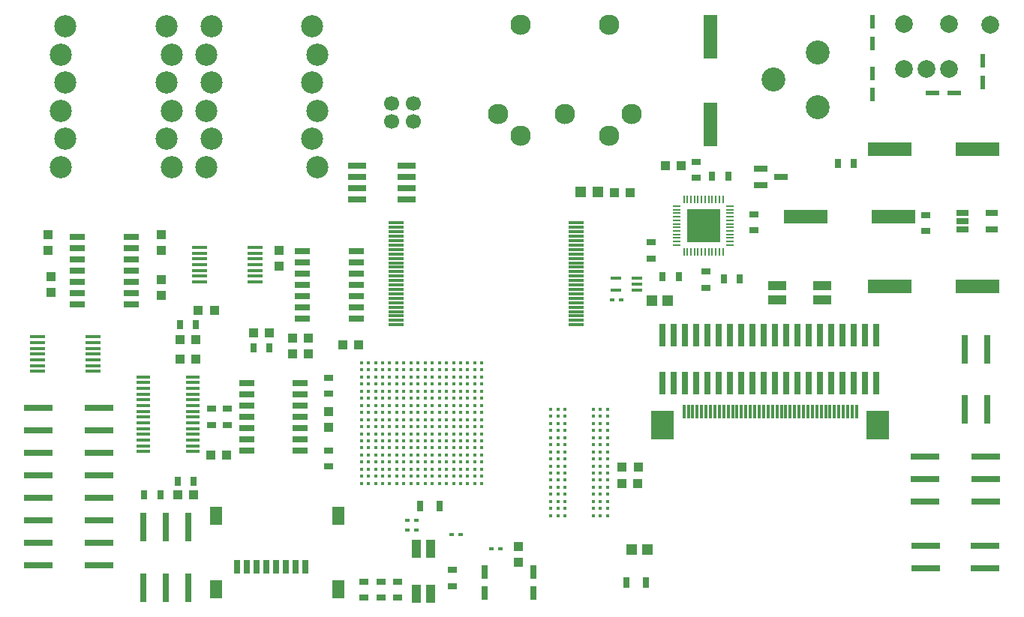
<source format=gbr>
G04 Layer_Color=255*
%FSLAX45Y45*%
%MOMM*%
%TF.FileFunction,Pads,Top*%
%TF.Part,Single*%
G01*
G75*
%TA.AperFunction,SMDPad,CuDef*%
%ADD11R,1.20000X0.40000*%
%ADD12R,1.70000X0.30000*%
%ADD13R,1.14300X1.27000*%
%ADD14R,0.80000X1.20000*%
%ADD15R,1.00000X1.00000*%
%ADD16R,1.00000X1.00000*%
%ADD17R,0.80000X1.00000*%
%TA.AperFunction,BGAPad,CuDef*%
%ADD18C,0.40000*%
%TA.AperFunction,SMDPad,CuDef*%
%ADD19R,0.55000X0.45000*%
%ADD20R,1.00000X0.80000*%
%ADD21R,1.50000X0.60000*%
%ADD22R,1.70000X0.70000*%
%ADD23R,2.00000X0.70000*%
%ADD24R,1.70000X0.40000*%
%ADD25R,0.80000X2.50000*%
%ADD26R,1.50000X0.70000*%
%ADD27R,3.70000X3.70000*%
%ADD28R,0.85000X0.19000*%
%ADD29R,0.19000X0.85000*%
%ADD30R,1.40000X0.70000*%
%ADD31R,0.60000X1.50000*%
%ADD32R,1.45000X2.00000*%
%ADD33R,0.80000X1.50000*%
%ADD34R,0.30000X1.50000*%
%ADD35R,2.50000X3.20000*%
%ADD36R,1.50000X5.00000*%
%ADD37R,5.00000X1.50000*%
%ADD38R,3.20000X0.80000*%
%ADD39R,0.80000X3.20000*%
%ADD40R,1.60000X0.35000*%
%ADD41R,2.00000X1.00000*%
%ADD42R,1.20000X1.20000*%
%ADD43R,1.00000X2.00000*%
%TA.AperFunction,BGAPad,CuDef*%
%ADD44C,0.45000*%
%TA.AperFunction,SMDPad,CuDef*%
%ADD45R,0.70000X1.60000*%
%TA.AperFunction,ViaPad*%
%ADD66C,2.00000*%
%TA.AperFunction,ComponentPad*%
%ADD67C,2.50000*%
%ADD68C,1.70000*%
%ADD69C,2.30000*%
%ADD70C,2.70000*%
%ADD71C,2.00000*%
D11*
X9656520Y10405000D02*
D03*
Y10470000D02*
D03*
Y10535000D02*
D03*
X9423480D02*
D03*
Y10405000D02*
D03*
D12*
X8970000Y10010000D02*
D03*
Y10060000D02*
D03*
Y10110000D02*
D03*
Y10160000D02*
D03*
Y10210000D02*
D03*
Y10260000D02*
D03*
Y10310000D02*
D03*
Y10360000D02*
D03*
Y10410000D02*
D03*
Y10460000D02*
D03*
Y10510000D02*
D03*
Y10560000D02*
D03*
Y10610000D02*
D03*
Y10660000D02*
D03*
Y10710000D02*
D03*
Y10760000D02*
D03*
Y10810000D02*
D03*
Y10860000D02*
D03*
Y10910000D02*
D03*
Y10960000D02*
D03*
Y11010000D02*
D03*
Y11060000D02*
D03*
Y11110000D02*
D03*
Y11160000D02*
D03*
X6940000Y10010000D02*
D03*
Y10060000D02*
D03*
Y10110000D02*
D03*
Y10160000D02*
D03*
Y10210000D02*
D03*
Y10260000D02*
D03*
Y10310000D02*
D03*
Y10360000D02*
D03*
Y10410000D02*
D03*
Y10460000D02*
D03*
Y10510000D02*
D03*
Y10560000D02*
D03*
Y10610000D02*
D03*
Y10660000D02*
D03*
Y10710000D02*
D03*
Y10760000D02*
D03*
Y10810000D02*
D03*
Y10860000D02*
D03*
Y10910000D02*
D03*
Y10960000D02*
D03*
Y11010000D02*
D03*
Y11060000D02*
D03*
Y11110000D02*
D03*
Y11160000D02*
D03*
D13*
X9601688Y7471270D02*
D03*
X9779488D02*
D03*
X9826688Y10281270D02*
D03*
X10004488D02*
D03*
D14*
X9540000Y7101270D02*
D03*
X9760000D02*
D03*
X7210000Y7960000D02*
D03*
X7430000D02*
D03*
D15*
X9493000Y8405000D02*
D03*
X9673000D02*
D03*
X4680000Y9840000D02*
D03*
X4500000D02*
D03*
X5510000Y9920000D02*
D03*
X5330000D02*
D03*
X4890000Y10170000D02*
D03*
X4710000D02*
D03*
X10160000Y11810000D02*
D03*
X9980000D02*
D03*
X5030000Y8540000D02*
D03*
X4850000D02*
D03*
X4680000Y9620000D02*
D03*
X4500000D02*
D03*
X5950000Y9860000D02*
D03*
X5770000D02*
D03*
X5950000Y9680000D02*
D03*
X5770000D02*
D03*
X4660000Y8090000D02*
D03*
X4480000D02*
D03*
X9407500Y11505000D02*
D03*
X9587500D02*
D03*
X9491000Y8215000D02*
D03*
X9671000D02*
D03*
X6520000Y9787500D02*
D03*
X6340000D02*
D03*
D16*
X8322500Y7327500D02*
D03*
Y7507500D02*
D03*
X4290000Y10340000D02*
D03*
Y10520001D02*
D03*
X3010000Y11030000D02*
D03*
Y10850000D02*
D03*
X4290000Y11030000D02*
D03*
Y10850000D02*
D03*
X3045000Y10375000D02*
D03*
Y10555000D02*
D03*
X5620000Y10670000D02*
D03*
Y10850000D02*
D03*
X6180000Y9030000D02*
D03*
Y8850000D02*
D03*
D17*
X4500000Y10010000D02*
D03*
X4680000D02*
D03*
X5330000Y9750000D02*
D03*
X5510000D02*
D03*
X9950000Y10550000D02*
D03*
X10130000D02*
D03*
X12110000Y11830000D02*
D03*
X11930000D02*
D03*
X4480000Y8240000D02*
D03*
X4660000D02*
D03*
X4100000Y8090000D02*
D03*
X4280000D02*
D03*
X10690000Y11690000D02*
D03*
X10510000D02*
D03*
X10640000Y10530000D02*
D03*
X10820000D02*
D03*
D18*
X9247982Y8415520D02*
D03*
X9327982Y7855520D02*
D03*
Y7935520D02*
D03*
Y8015520D02*
D03*
Y8095520D02*
D03*
Y8175520D02*
D03*
Y8255520D02*
D03*
Y8335520D02*
D03*
Y8415520D02*
D03*
Y8495520D02*
D03*
Y8575521D02*
D03*
Y8655521D02*
D03*
Y8735521D02*
D03*
Y8815521D02*
D03*
Y8895521D02*
D03*
Y8975521D02*
D03*
Y9055521D02*
D03*
X9247982Y7855520D02*
D03*
Y7935520D02*
D03*
Y8015520D02*
D03*
Y8095520D02*
D03*
Y8175520D02*
D03*
Y8255520D02*
D03*
Y8335520D02*
D03*
Y8495520D02*
D03*
Y8575521D02*
D03*
Y8655521D02*
D03*
Y8735521D02*
D03*
Y8815521D02*
D03*
Y8895521D02*
D03*
Y8975521D02*
D03*
Y9055521D02*
D03*
X9167982Y7855520D02*
D03*
Y7935520D02*
D03*
Y8015520D02*
D03*
Y8095520D02*
D03*
Y8175520D02*
D03*
Y8255520D02*
D03*
Y8495520D02*
D03*
Y8575521D02*
D03*
Y8655521D02*
D03*
Y8735521D02*
D03*
Y8815521D02*
D03*
Y8895521D02*
D03*
Y8975521D02*
D03*
Y9055521D02*
D03*
X8847981Y7855520D02*
D03*
Y7935520D02*
D03*
Y8015520D02*
D03*
Y8095520D02*
D03*
Y8175520D02*
D03*
Y8255520D02*
D03*
Y8335520D02*
D03*
Y8415520D02*
D03*
Y8495520D02*
D03*
Y8735521D02*
D03*
Y8815521D02*
D03*
Y8895521D02*
D03*
Y8975521D02*
D03*
Y9055521D02*
D03*
X8767981Y7855520D02*
D03*
Y7935520D02*
D03*
Y8015520D02*
D03*
Y8095520D02*
D03*
Y8175520D02*
D03*
Y8255520D02*
D03*
Y8335520D02*
D03*
Y8415520D02*
D03*
Y8495520D02*
D03*
Y8575521D02*
D03*
Y8655521D02*
D03*
Y8735521D02*
D03*
Y8815521D02*
D03*
Y8895521D02*
D03*
Y8975521D02*
D03*
Y9055521D02*
D03*
X8687981Y7855520D02*
D03*
Y7935520D02*
D03*
Y8015520D02*
D03*
Y8095520D02*
D03*
Y8175520D02*
D03*
Y8255520D02*
D03*
Y8335520D02*
D03*
Y8415520D02*
D03*
Y8495520D02*
D03*
Y8575521D02*
D03*
Y8655521D02*
D03*
Y8735521D02*
D03*
Y8815521D02*
D03*
Y8895521D02*
D03*
Y8975521D02*
D03*
Y9055521D02*
D03*
X8847981Y8655521D02*
D03*
Y8575521D02*
D03*
X9167982Y8415520D02*
D03*
Y8335520D02*
D03*
D19*
X7068270Y7804348D02*
D03*
X7169870D02*
D03*
X7068399Y7690000D02*
D03*
X7170000D02*
D03*
X7670800Y7642500D02*
D03*
X7569200D02*
D03*
X8016700Y7482500D02*
D03*
X8118300D02*
D03*
X9381700Y10292500D02*
D03*
X9483300D02*
D03*
D20*
X6960000Y7110000D02*
D03*
Y6930000D02*
D03*
X6770000Y7110000D02*
D03*
Y6930000D02*
D03*
X6580000Y7110000D02*
D03*
Y6930000D02*
D03*
X9820000Y10760000D02*
D03*
Y10940000D02*
D03*
X10330000Y11850000D02*
D03*
Y11670000D02*
D03*
X12920000Y11250000D02*
D03*
Y11070000D02*
D03*
X4860000Y9060000D02*
D03*
Y8880000D02*
D03*
X5040000Y9060000D02*
D03*
Y8880000D02*
D03*
X6180000Y8410000D02*
D03*
Y8590000D02*
D03*
Y9410000D02*
D03*
Y9230000D02*
D03*
X10980000Y11080000D02*
D03*
Y11260000D02*
D03*
X10439999Y10610000D02*
D03*
Y10430000D02*
D03*
X7580000Y7240000D02*
D03*
Y7060000D02*
D03*
D21*
X12999921Y12630000D02*
D03*
X13240080D02*
D03*
D22*
X6492260Y10840999D02*
D03*
Y10713999D02*
D03*
Y10586999D02*
D03*
Y10459999D02*
D03*
Y10332999D02*
D03*
Y10205999D02*
D03*
Y10078999D02*
D03*
X5887740D02*
D03*
Y10205999D02*
D03*
Y10332999D02*
D03*
Y10459999D02*
D03*
Y10586999D02*
D03*
Y10713999D02*
D03*
Y10840999D02*
D03*
X3952259Y11001000D02*
D03*
Y10874000D02*
D03*
Y10747000D02*
D03*
Y10620000D02*
D03*
Y10493000D02*
D03*
Y10366000D02*
D03*
Y10239000D02*
D03*
X3347739D02*
D03*
Y10366000D02*
D03*
Y10493000D02*
D03*
Y10620000D02*
D03*
Y10747000D02*
D03*
Y10874000D02*
D03*
Y11001000D02*
D03*
X5257740Y9351000D02*
D03*
Y9224000D02*
D03*
Y9097000D02*
D03*
Y8970000D02*
D03*
Y8843000D02*
D03*
Y8716000D02*
D03*
Y8589000D02*
D03*
X5862260D02*
D03*
Y8716000D02*
D03*
Y8843000D02*
D03*
Y8970000D02*
D03*
Y9097000D02*
D03*
Y9224000D02*
D03*
Y9351000D02*
D03*
D23*
X6500600Y11423000D02*
D03*
Y11550000D02*
D03*
Y11677000D02*
D03*
Y11804000D02*
D03*
X7059400D02*
D03*
Y11677000D02*
D03*
Y11550000D02*
D03*
Y11423000D02*
D03*
D24*
X5352420Y10495000D02*
D03*
Y10560000D02*
D03*
Y10625000D02*
D03*
Y10690000D02*
D03*
Y10755000D02*
D03*
Y10820000D02*
D03*
Y10885000D02*
D03*
X4727580Y10885000D02*
D03*
Y10820000D02*
D03*
Y10755000D02*
D03*
Y10690000D02*
D03*
Y10625000D02*
D03*
Y10560000D02*
D03*
Y10495000D02*
D03*
X3522420Y9485000D02*
D03*
Y9550000D02*
D03*
Y9615000D02*
D03*
Y9680000D02*
D03*
Y9745000D02*
D03*
Y9810000D02*
D03*
Y9875000D02*
D03*
X2897580Y9875000D02*
D03*
Y9810000D02*
D03*
Y9745000D02*
D03*
Y9680000D02*
D03*
Y9615000D02*
D03*
Y9550000D02*
D03*
Y9485000D02*
D03*
D25*
X9946000Y9350000D02*
D03*
X11978000D02*
D03*
X12105000D02*
D03*
X11851000D02*
D03*
X11724000D02*
D03*
X11597000D02*
D03*
X11470000D02*
D03*
X11343000D02*
D03*
X11216000D02*
D03*
X11089000D02*
D03*
X10962000D02*
D03*
X10835000D02*
D03*
X10708000D02*
D03*
X10581000D02*
D03*
X10454000D02*
D03*
X10327000D02*
D03*
X10200000D02*
D03*
X10073000D02*
D03*
X9946000Y9890000D02*
D03*
X10073000D02*
D03*
X10200000D02*
D03*
X10327000D02*
D03*
X10454000D02*
D03*
X10581000D02*
D03*
X10708000D02*
D03*
X10835000D02*
D03*
X10962000D02*
D03*
X11089000D02*
D03*
X11216000D02*
D03*
X11343000D02*
D03*
X11470000D02*
D03*
X11597000D02*
D03*
X11724000D02*
D03*
X11978000D02*
D03*
X12105000D02*
D03*
X11851000D02*
D03*
X12232000Y9350000D02*
D03*
Y9890000D02*
D03*
X12359000D02*
D03*
Y9350000D02*
D03*
D26*
X11285570Y11680000D02*
D03*
X11054430Y11584750D02*
D03*
Y11775250D02*
D03*
D27*
X10409999Y11130000D02*
D03*
D28*
X10112499Y11350000D02*
D03*
Y11310000D02*
D03*
Y11270000D02*
D03*
Y11230000D02*
D03*
Y11190000D02*
D03*
Y11150000D02*
D03*
Y11110000D02*
D03*
Y11070000D02*
D03*
Y11030000D02*
D03*
Y10990000D02*
D03*
Y10950000D02*
D03*
Y10910000D02*
D03*
X10707500D02*
D03*
Y10950000D02*
D03*
Y10990000D02*
D03*
Y11030000D02*
D03*
Y11070000D02*
D03*
Y11110000D02*
D03*
Y11150000D02*
D03*
Y11190000D02*
D03*
Y11230000D02*
D03*
Y11270000D02*
D03*
Y11310000D02*
D03*
Y11350000D02*
D03*
D29*
X10189999Y10832500D02*
D03*
X10230000D02*
D03*
X10270000D02*
D03*
X10309999D02*
D03*
X10350000D02*
D03*
X10390000D02*
D03*
X10429999D02*
D03*
X10469999D02*
D03*
X10510000D02*
D03*
X10549999D02*
D03*
X10589999D02*
D03*
X10630000D02*
D03*
Y11427500D02*
D03*
X10589999D02*
D03*
X10549999D02*
D03*
X10510000D02*
D03*
X10469999D02*
D03*
X10429999D02*
D03*
X10390000D02*
D03*
X10350000D02*
D03*
X10309999D02*
D03*
X10270000D02*
D03*
X10230000D02*
D03*
X10189999D02*
D03*
D30*
X13332300Y11275000D02*
D03*
Y11180000D02*
D03*
Y11085000D02*
D03*
X13667700D02*
D03*
Y11275000D02*
D03*
D31*
X13560001Y12990080D02*
D03*
Y12749920D02*
D03*
X12320000Y13430080D02*
D03*
Y13189920D02*
D03*
Y12850079D02*
D03*
Y12609920D02*
D03*
D32*
X6287500Y7020000D02*
D03*
X4912500D02*
D03*
Y7850000D02*
D03*
X6287500D02*
D03*
D33*
X5920000Y7280000D02*
D03*
X5150000D02*
D03*
X5810000D02*
D03*
X5480000D02*
D03*
X5590000D02*
D03*
X5370000D02*
D03*
X5260000D02*
D03*
X5700000D02*
D03*
D34*
X10190000Y9030000D02*
D03*
X10240000D02*
D03*
X10290000D02*
D03*
X10340000D02*
D03*
X10390000D02*
D03*
X10440000D02*
D03*
X10490000D02*
D03*
X10540000D02*
D03*
X10590000D02*
D03*
X10640000D02*
D03*
X10690000D02*
D03*
X10740000D02*
D03*
X10790000D02*
D03*
X10840000D02*
D03*
X10890000D02*
D03*
X10940000D02*
D03*
X10990000D02*
D03*
X11040000D02*
D03*
X11090000D02*
D03*
X11140000D02*
D03*
X11190000D02*
D03*
X11240000D02*
D03*
X11290000D02*
D03*
X11340000D02*
D03*
X11390000D02*
D03*
X11440000D02*
D03*
X11490000D02*
D03*
X11540000D02*
D03*
X11590000D02*
D03*
X11640000D02*
D03*
X11690000D02*
D03*
X11740000D02*
D03*
X11790000D02*
D03*
X11840000D02*
D03*
X11890000D02*
D03*
X11940000D02*
D03*
X11990000D02*
D03*
X12040000D02*
D03*
X12090000D02*
D03*
X12140000D02*
D03*
D35*
X9948700Y8877600D02*
D03*
X12381300D02*
D03*
D36*
X10490000Y13260600D02*
D03*
Y12270000D02*
D03*
D37*
X13505299Y11990000D02*
D03*
X12514700D02*
D03*
X13505299Y10440000D02*
D03*
X12514700D02*
D03*
X11564700Y11230000D02*
D03*
X12555300D02*
D03*
D38*
X3592900Y7545000D02*
D03*
Y7291000D02*
D03*
X2907100Y7545000D02*
D03*
Y7291000D02*
D03*
X3592900Y8307000D02*
D03*
Y8053000D02*
D03*
Y7799000D02*
D03*
X2907100Y8307000D02*
D03*
Y8053000D02*
D03*
Y7799000D02*
D03*
Y8561000D02*
D03*
Y8815000D02*
D03*
Y9069000D02*
D03*
X3592900Y8561000D02*
D03*
Y8815000D02*
D03*
Y9069000D02*
D03*
X13590199Y7517000D02*
D03*
Y7263000D02*
D03*
X12917101D02*
D03*
Y7517000D02*
D03*
X13592900Y8524000D02*
D03*
Y8270000D02*
D03*
Y8016000D02*
D03*
X12907100Y8524000D02*
D03*
Y8270000D02*
D03*
Y8016000D02*
D03*
D39*
X4594000Y7037100D02*
D03*
X4340000D02*
D03*
X4086000D02*
D03*
X4594000Y7722900D02*
D03*
X4340000D02*
D03*
X4086000D02*
D03*
X13363000Y9057100D02*
D03*
X13617000D02*
D03*
Y9730200D02*
D03*
X13363000D02*
D03*
D40*
X4090000Y8902500D02*
D03*
Y8772500D02*
D03*
Y8642499D02*
D03*
Y8577499D02*
D03*
Y8707499D02*
D03*
Y8837500D02*
D03*
Y9422501D02*
D03*
Y9292501D02*
D03*
Y9162500D02*
D03*
Y9032500D02*
D03*
Y8967500D02*
D03*
Y9097500D02*
D03*
Y9227500D02*
D03*
Y9357501D02*
D03*
X4650000Y8577499D02*
D03*
Y8642499D02*
D03*
Y8967500D02*
D03*
Y9097500D02*
D03*
Y9162500D02*
D03*
Y9032500D02*
D03*
Y8772500D02*
D03*
Y8902500D02*
D03*
Y8837500D02*
D03*
Y8707499D02*
D03*
Y9292501D02*
D03*
Y9422501D02*
D03*
Y9357501D02*
D03*
Y9227500D02*
D03*
D41*
X11754000Y10290000D02*
D03*
Y10450000D02*
D03*
X11246000Y10290000D02*
D03*
Y10450000D02*
D03*
D42*
X9022500Y11512500D02*
D03*
X9222500D02*
D03*
D43*
X7330000Y7484000D02*
D03*
X7170000D02*
D03*
X7330000Y6976000D02*
D03*
X7170000D02*
D03*
D44*
X6550000Y9580000D02*
D03*
X6630000D02*
D03*
X6710000D02*
D03*
X6790000D02*
D03*
X6870000D02*
D03*
X6950000D02*
D03*
X7030000D02*
D03*
X7110000D02*
D03*
X7190000D02*
D03*
X7270000D02*
D03*
X7350000D02*
D03*
X7430000D02*
D03*
X7510000D02*
D03*
X7590000D02*
D03*
X7670000D02*
D03*
X7750000D02*
D03*
X7830000D02*
D03*
X7910000D02*
D03*
X6550000Y9500000D02*
D03*
X6630000D02*
D03*
X6710000D02*
D03*
X6790000D02*
D03*
X6870000D02*
D03*
X6950000D02*
D03*
X7030000D02*
D03*
X7110000D02*
D03*
X7190000D02*
D03*
X7270000D02*
D03*
X7350000D02*
D03*
X7430000D02*
D03*
X7510000D02*
D03*
X7590000D02*
D03*
X7670000D02*
D03*
X7750000D02*
D03*
X7830000D02*
D03*
X7910000D02*
D03*
X6550000Y9420000D02*
D03*
X6630000D02*
D03*
X6710000D02*
D03*
X6790000D02*
D03*
X6870000D02*
D03*
X6950000D02*
D03*
X7030000D02*
D03*
X7110000D02*
D03*
X7190000D02*
D03*
X7270000D02*
D03*
X7350000D02*
D03*
X7430000D02*
D03*
X7510000D02*
D03*
X7590000D02*
D03*
X7670000D02*
D03*
X7750000D02*
D03*
X7830000D02*
D03*
X7910000D02*
D03*
X6550000Y9340000D02*
D03*
X6630000D02*
D03*
X6710000D02*
D03*
X6790000D02*
D03*
X6870000D02*
D03*
X6950000D02*
D03*
X7030000D02*
D03*
X7110000D02*
D03*
X7190000D02*
D03*
X7270000D02*
D03*
X7350000D02*
D03*
X7430000D02*
D03*
X7510000D02*
D03*
X7590000D02*
D03*
X7670000D02*
D03*
X7750000D02*
D03*
X7830000D02*
D03*
X7910000D02*
D03*
X6550000Y9260000D02*
D03*
X6630000D02*
D03*
X6710000D02*
D03*
X6790000D02*
D03*
X6870000D02*
D03*
X6950000D02*
D03*
X7030000D02*
D03*
X7110000D02*
D03*
X7190000D02*
D03*
X7270000D02*
D03*
X7350000D02*
D03*
X7430000D02*
D03*
X7510000D02*
D03*
X7590000D02*
D03*
X7670000D02*
D03*
X7750000D02*
D03*
X7830000D02*
D03*
X7910000D02*
D03*
X6550000Y9180000D02*
D03*
X6630000D02*
D03*
X6710000D02*
D03*
X6790000D02*
D03*
X6870000D02*
D03*
X6950000D02*
D03*
X7030000D02*
D03*
X7110000D02*
D03*
X7190000D02*
D03*
X7270000D02*
D03*
X7350000D02*
D03*
X7430000D02*
D03*
X7510000D02*
D03*
X7590000D02*
D03*
X7670000D02*
D03*
X7750000D02*
D03*
X7830000D02*
D03*
X7910000D02*
D03*
X6550000Y9100000D02*
D03*
X6630000D02*
D03*
X6710000D02*
D03*
X6790000D02*
D03*
X6870000D02*
D03*
X6950000D02*
D03*
X7030000D02*
D03*
X7110000D02*
D03*
X7190000D02*
D03*
X7270000D02*
D03*
X7350000D02*
D03*
X7430000D02*
D03*
X7510000D02*
D03*
X7590000D02*
D03*
X7670000D02*
D03*
X7750000D02*
D03*
X7830000D02*
D03*
X7910000D02*
D03*
X6550000Y9020000D02*
D03*
X6630000D02*
D03*
X6710000D02*
D03*
X6790000D02*
D03*
X6870000D02*
D03*
X6950000D02*
D03*
X7030000D02*
D03*
X7110000D02*
D03*
X7190000D02*
D03*
X7270000D02*
D03*
X7350000D02*
D03*
X7430000D02*
D03*
X7510000D02*
D03*
X7590000D02*
D03*
X7670000D02*
D03*
X7750000D02*
D03*
X7830000D02*
D03*
X7910000D02*
D03*
X6550000Y8940000D02*
D03*
X6630000D02*
D03*
X6710000D02*
D03*
X6790000D02*
D03*
X6870000D02*
D03*
X6950000D02*
D03*
X7030000D02*
D03*
X7110000D02*
D03*
X7190000D02*
D03*
X7270000D02*
D03*
X7350000D02*
D03*
X7430000D02*
D03*
X7510000D02*
D03*
X7590000D02*
D03*
X7670000D02*
D03*
X7750000D02*
D03*
X7830000D02*
D03*
X7910000D02*
D03*
X6550000Y8860000D02*
D03*
X6630000D02*
D03*
X6710000D02*
D03*
X6790000D02*
D03*
X6870000D02*
D03*
X6950000D02*
D03*
X7030000D02*
D03*
X7110000D02*
D03*
X7190000D02*
D03*
X7270000D02*
D03*
X7350000D02*
D03*
X7430000D02*
D03*
X7510000D02*
D03*
X7590000D02*
D03*
X7670000D02*
D03*
X7750000D02*
D03*
X7830000D02*
D03*
X7910000D02*
D03*
X6550000Y8780000D02*
D03*
X6630000D02*
D03*
X6710000D02*
D03*
X6790000D02*
D03*
X6870000D02*
D03*
X6950000D02*
D03*
X7030000D02*
D03*
X7110000D02*
D03*
X7190000D02*
D03*
X7270000D02*
D03*
X7350000D02*
D03*
X7430000D02*
D03*
X7510000D02*
D03*
X7590000D02*
D03*
X7670000D02*
D03*
X7750000D02*
D03*
X7830000D02*
D03*
X7910000D02*
D03*
X6550000Y8700000D02*
D03*
X6630000D02*
D03*
X6710000D02*
D03*
X6790000D02*
D03*
X6870000D02*
D03*
X6950000D02*
D03*
X7030000D02*
D03*
X7110000D02*
D03*
X7190000D02*
D03*
X7270000D02*
D03*
X7350000D02*
D03*
X7430000D02*
D03*
X7510000D02*
D03*
X7590000D02*
D03*
X7670000D02*
D03*
X7750000D02*
D03*
X7830000D02*
D03*
X7910000D02*
D03*
X6550000Y8620000D02*
D03*
X6630000D02*
D03*
X6710000D02*
D03*
X6790000D02*
D03*
X6870000D02*
D03*
X6950000D02*
D03*
X7030000D02*
D03*
X7110000D02*
D03*
X7190000D02*
D03*
X7270000D02*
D03*
X7350000D02*
D03*
X7430000D02*
D03*
X7510000D02*
D03*
X7590000D02*
D03*
X7670000D02*
D03*
X7750000D02*
D03*
X7830000D02*
D03*
X7910000D02*
D03*
X6550000Y8540000D02*
D03*
X6630000D02*
D03*
X6710000D02*
D03*
X6790000D02*
D03*
X6870000D02*
D03*
X6950000D02*
D03*
X7030000D02*
D03*
X7110000D02*
D03*
X7190000D02*
D03*
X7270000D02*
D03*
X7350000D02*
D03*
X7430000D02*
D03*
X7510000D02*
D03*
X7590000D02*
D03*
X7670000D02*
D03*
X7750000D02*
D03*
X7830000D02*
D03*
X7910000D02*
D03*
X6550000Y8460000D02*
D03*
X6630000D02*
D03*
X6710000D02*
D03*
X6790000D02*
D03*
X6870000D02*
D03*
X6950000D02*
D03*
X7030000D02*
D03*
X7110000D02*
D03*
X7190000D02*
D03*
X7270000D02*
D03*
X7350000D02*
D03*
X7430000D02*
D03*
X7510000D02*
D03*
X7590000D02*
D03*
X7670000D02*
D03*
X7750000D02*
D03*
X7830000D02*
D03*
X7910000D02*
D03*
X6550000Y8380000D02*
D03*
X6630000D02*
D03*
X6710000D02*
D03*
X6790000D02*
D03*
X6870000D02*
D03*
X6950000D02*
D03*
X7030000D02*
D03*
X7110000D02*
D03*
X7190000D02*
D03*
X7270000D02*
D03*
X7350000D02*
D03*
X7430000D02*
D03*
X7510000D02*
D03*
X7590000D02*
D03*
X7670000D02*
D03*
X7750000D02*
D03*
X7830000D02*
D03*
X7910000D02*
D03*
X6550000Y8300000D02*
D03*
X6630000D02*
D03*
X6710000D02*
D03*
X6790000D02*
D03*
X6870000D02*
D03*
X6950000D02*
D03*
X7030000D02*
D03*
X7110000D02*
D03*
X7190000D02*
D03*
X7270000D02*
D03*
X7350000D02*
D03*
X7430000D02*
D03*
X7510000D02*
D03*
X7590000D02*
D03*
X7670000D02*
D03*
X7750000D02*
D03*
X7830000D02*
D03*
X7910000D02*
D03*
X6550000Y8220000D02*
D03*
X6630000D02*
D03*
X6710000D02*
D03*
X6790000D02*
D03*
X6870000D02*
D03*
X6950000D02*
D03*
X7030000D02*
D03*
X7110000D02*
D03*
X7190000D02*
D03*
X7270000D02*
D03*
X7350000D02*
D03*
X7430000D02*
D03*
X7510000D02*
D03*
X7590000D02*
D03*
X7670000D02*
D03*
X7750000D02*
D03*
X7830000D02*
D03*
X7910000D02*
D03*
D45*
X8495000Y7215000D02*
D03*
X7945000D02*
D03*
X8495000Y6985000D02*
D03*
X7945000D02*
D03*
D66*
X13650000Y13400000D02*
D03*
D67*
X3157499Y11790001D02*
D03*
Y13060001D02*
D03*
Y12425001D02*
D03*
X3212500Y13385001D02*
D03*
Y12750001D02*
D03*
X4352499Y12115001D02*
D03*
Y12750001D02*
D03*
X3212500Y12115001D02*
D03*
X4352499Y13385001D02*
D03*
X4407499Y11790001D02*
D03*
Y12425001D02*
D03*
Y13060001D02*
D03*
X4802500Y11790001D02*
D03*
Y13060001D02*
D03*
Y12425001D02*
D03*
X4857500Y13385001D02*
D03*
Y12750001D02*
D03*
X5997500Y12115001D02*
D03*
Y12750001D02*
D03*
X4857500Y12115001D02*
D03*
X5997500Y13385001D02*
D03*
X6052500Y11790001D02*
D03*
Y12425001D02*
D03*
Y13060001D02*
D03*
D68*
X6890501Y12509001D02*
D03*
X7140501D02*
D03*
X6890501Y12309001D02*
D03*
X7140501D02*
D03*
D69*
X8347501Y13395001D02*
D03*
X9347501D02*
D03*
Y12145001D02*
D03*
X8347501D02*
D03*
X8097501Y12395001D02*
D03*
X9597501D02*
D03*
X8847501D02*
D03*
D70*
X11204300Y12779100D02*
D03*
X11704300Y12469100D02*
D03*
Y13089101D02*
D03*
D71*
X13184302Y13409099D02*
D03*
X12930302Y12901099D02*
D03*
X12676302D02*
D03*
Y13409099D02*
D03*
X13184302Y12901099D02*
D03*
%TF.MD5,7b82631695a9a5690db82a13226ffe15*%
M02*

</source>
